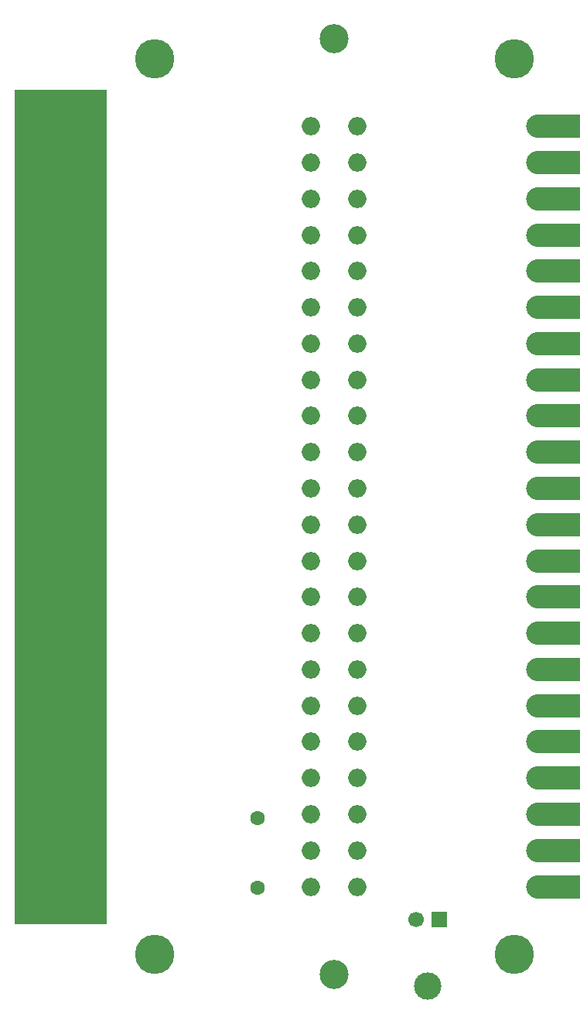
<source format=gbr>
%TF.GenerationSoftware,KiCad,Pcbnew,9.0.3*%
%TF.CreationDate,2025-08-13T21:30:13+02:00*%
%TF.ProjectId,app-mtu-adapter,6170702d-6d74-4752-9d61-646170746572,rev?*%
%TF.SameCoordinates,Original*%
%TF.FileFunction,Soldermask,Top*%
%TF.FilePolarity,Negative*%
%FSLAX46Y46*%
G04 Gerber Fmt 4.6, Leading zero omitted, Abs format (unit mm)*
G04 Created by KiCad (PCBNEW 9.0.3) date 2025-08-13 21:30:13*
%MOMM*%
%LPD*%
G01*
G04 APERTURE LIST*
G04 Aperture macros list*
%AMFreePoly0*
4,1,22,-1.270000,3.180000,1.270000,3.180000,1.270000,-1.910000,1.254364,-2.108672,1.198732,-2.329454,1.104571,-2.536755,0.974909,-2.723912,0.813912,-2.884909,0.626755,-3.014571,0.419454,-3.108732,0.198672,-3.164364,0.000000,-3.180000,-0.198672,-3.164364,-0.419454,-3.108732,-0.626755,-3.014571,-0.813912,-2.884909,-0.974909,-2.723912,-1.104571,-2.536755,-1.198732,-2.329454,-1.254364,-2.108672,
-1.270000,-1.910000,-1.270000,3.180000,-1.270000,3.180000,$1*%
G04 Aperture macros list end*
%ADD10C,0.120000*%
%ADD11C,3.000000*%
%ADD12C,1.700000*%
%ADD13R,1.700000X1.700000*%
%ADD14C,4.300000*%
%ADD15C,1.600000*%
%ADD16C,3.180000*%
%ADD17O,2.000000X2.000000*%
%ADD18FreePoly0,270.000000*%
G04 APERTURE END LIST*
%TO.C,P1*%
D10*
X105690000Y-51190000D02*
X115750000Y-51190000D01*
X115750000Y-142430000D01*
X105690000Y-142430000D01*
X105690000Y-51190000D01*
G36*
X105690000Y-51190000D02*
G01*
X115750000Y-51190000D01*
X115750000Y-142430000D01*
X105690000Y-142430000D01*
X105690000Y-51190000D01*
G37*
%TD*%
D11*
%TO.C,TP1*%
X150910000Y-149250000D03*
%TD*%
D12*
%TO.C,J1*%
X149640000Y-142000000D03*
D13*
X152180000Y-142000000D03*
%TD*%
D14*
%TO.C,M1*%
X160380000Y-145780000D03*
%TD*%
%TO.C,M1*%
X160380000Y-47840000D03*
%TD*%
D15*
%TO.C,R1*%
X132270000Y-138480000D03*
X132270000Y-130860000D03*
%TD*%
D14*
%TO.C,M1*%
X121080000Y-47840000D03*
%TD*%
%TO.C,M2*%
X121080000Y-145780000D03*
%TD*%
D16*
%TO.C,P2*%
X140730000Y-45655000D03*
X140730000Y-147965000D03*
D17*
X138190000Y-55230000D03*
X138190000Y-59190000D03*
X138190000Y-63150000D03*
X138190000Y-67110000D03*
X138190000Y-71070000D03*
X138190000Y-75030000D03*
X138190000Y-78990000D03*
X138190000Y-82950000D03*
X138190000Y-86910000D03*
X138190000Y-90870000D03*
X138190000Y-94830000D03*
X138190000Y-98790000D03*
X138190000Y-102750000D03*
X138190000Y-106710000D03*
X138190000Y-110670000D03*
X138190000Y-114630000D03*
X138190000Y-118590000D03*
X138190000Y-122550000D03*
X138190000Y-126510000D03*
X138190000Y-130470000D03*
X138190000Y-134430000D03*
X138190000Y-138390000D03*
X143270000Y-55230000D03*
X143270000Y-59190000D03*
X143270000Y-63150000D03*
X143270000Y-67110000D03*
X143270000Y-71070000D03*
X143270000Y-75030000D03*
X143270000Y-78990000D03*
X143270000Y-82950000D03*
X143270000Y-86910000D03*
X143270000Y-90870000D03*
X143270000Y-94830000D03*
X143270000Y-98790000D03*
X143270000Y-102750000D03*
X143270000Y-106710000D03*
X143270000Y-110670000D03*
X143270000Y-114630000D03*
X143270000Y-118590000D03*
X143270000Y-122550000D03*
X143270000Y-126510000D03*
X143270000Y-130470000D03*
X143270000Y-134430000D03*
X143270000Y-138390000D03*
%TD*%
D18*
%TO.C,P3*%
X164870000Y-55230000D03*
X164870000Y-59190000D03*
X164870000Y-63150000D03*
X164870000Y-67110000D03*
X164870000Y-71070000D03*
X164870000Y-75030000D03*
X164870000Y-78990000D03*
X164870000Y-82950000D03*
X164870000Y-86910000D03*
X164870000Y-90870000D03*
X164870000Y-94830000D03*
X164870000Y-98790000D03*
X164870000Y-102750000D03*
X164870000Y-106710000D03*
X164870000Y-110670000D03*
X164870000Y-114630000D03*
X164870000Y-118590000D03*
X164870000Y-122550000D03*
X164870000Y-126510000D03*
X164870000Y-130470000D03*
X164870000Y-134430000D03*
X164870000Y-138390000D03*
%TD*%
M02*

</source>
